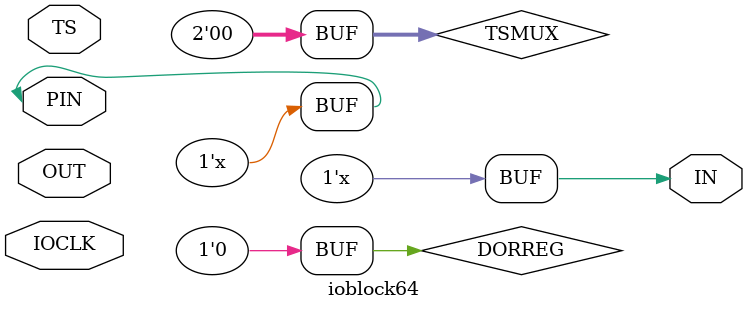
<source format=v>
module ioblock64(
	       inout  PIN,
	       input  TS,
	       input  OUT,
	       output IN,
	       input IOCLK
	       );
   
   reg 		     D;
   reg [2-1:0] 	     TSMUX;
   reg 		     DORREG;

   assign PIN = ( TSMUX == 2'b00 ) ? 1'bz : (( TSMUX == 2'b01 && TS == 1'b1 ) ? OUT : (( TSMUX == 2'b01 && TS == 1'b0 ) ? 1'bz : OUT));
   assign IN  = ( DORREG == 1'b0 ) ? PIN  : D;
   
   initial
     begin
	D=1'b0;
	TSMUX=2'b00;
	DORREG=1'b0;
     end
   
   always @(posedge IOCLK) D=PIN;
   
endmodule       

</source>
